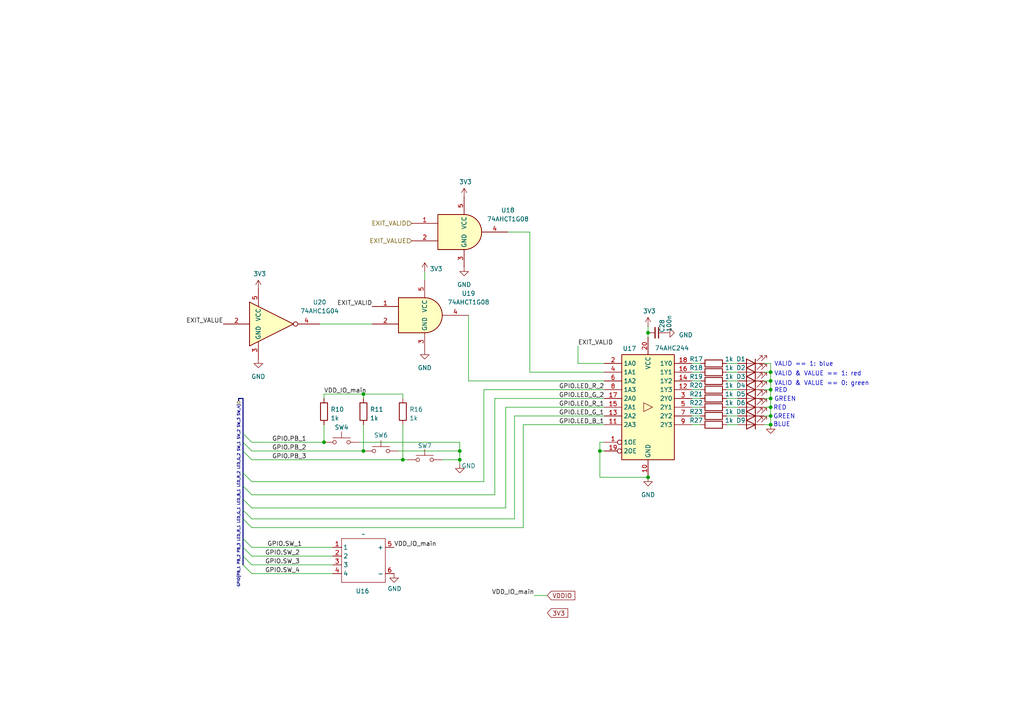
<source format=kicad_sch>
(kicad_sch (version 20250114) (generator "eeschema") (generator_version "9.0")
  (paper "A4")
  (lib_symbols
    (symbol "74xGxx:74AHC1G04"
      (property "Reference" "U" (at -2.54 3.81 0))
      (property "Value" "74AHC1G04" (at 0 -3.81 0))
      (symbol "74AHC1G04_0_1"
        (polyline (pts (xy -7.62 6.35) (xy -7.62 -6.35) (xy 5.08 0) (xy -7.62 6.35)) (stroke (width 0.254)) (fill (type background)))
      )
      (symbol "74AHC1G04_1_1"
        (pin input line (at -15.24 0 0) (length 7.62) (name "~") (number "2"))
        (pin power_in line (at -5.08 10.16 270) (length 5.08) (name "VCC") (number "5"))
        (pin power_in line (at -5.08 -10.16 90) (length 5.08) (name "GND") (number "3"))
        (pin output inverted (at 12.7 0 180) (length 7.62) (name "~") (number "4"))
      )
    )
    (symbol "74xGxx:74AHCT1G08"
      (property "Reference" "U" (at -2.54 3.81 0))
      (property "Value" "74AHCT1G08" (at 0 -3.81 0))
      (symbol "74AHCT1G08_0_1"
        (arc (start 0 5.08) (mid 5.0579 0) (end 0 -5.08) (stroke (width 0.254)) (fill (type background)))
        (polyline (pts (xy 0 -5.08) (xy -7.62 -5.08) (xy -7.62 5.08) (xy 0 5.08)) (stroke (width 0.254)) (fill (type background)))
      )
      (symbol "74AHCT1G08_1_1"
        (pin input line (at -15.24 2.54 0) (length 7.62) (name "~") (number "1"))
        (pin input line (at -15.24 -2.54 0) (length 7.62) (name "~") (number "2"))
        (pin power_in line (at 0 10.16 270) (length 5.08) (name "VCC") (number "5"))
        (pin power_in line (at 0 -10.16 90) (length 5.08) (name "GND") (number "3"))
        (pin output line (at 12.7 0 180) (length 7.62) (name "~") (number "4"))
      )
    )
    (symbol "74xx:74AHC244"
      (property "Reference" "U" (at -7.62 16.51 0))
      (property "Value" "74AHC244" (at -7.62 -16.51 0))
      (symbol "74AHC244_1_0"
        (polyline (pts (xy 1.27 0) (xy -1.27 1.27) (xy -1.27 -1.27) (xy 1.27 0)) (stroke (width 0.1524)))
        (pin input line (at -12.7 12.7 0) (length 5.08) (name "1A0") (number "2"))
        (pin input line (at -12.7 10.16 0) (length 5.08) (name "1A1") (number "4"))
        (pin input line (at -12.7 7.62 0) (length 5.08) (name "1A2") (number "6"))
        (pin input line (at -12.7 5.08 0) (length 5.08) (name "1A3") (number "8"))
        (pin input line (at -12.7 2.54 0) (length 5.08) (name "2A0") (number "17"))
        (pin input line (at -12.7 0 0) (length 5.08) (name "2A1") (number "15"))
        (pin input line (at -12.7 -2.54 0) (length 5.08) (name "2A2") (number "13"))
        (pin input line (at -12.7 -5.08 0) (length 5.08) (name "2A3") (number "11"))
        (pin input inverted (at -12.7 -10.16 0) (length 5.08) (name "1OE") (number "1"))
        (pin input inverted (at -12.7 -12.7 0) (length 5.08) (name "2OE") (number "19"))
        (pin power_in line (at 0 20.32 270) (length 5.08) (name "VCC") (number "20"))
        (pin power_in line (at 0 -20.32 90) (length 5.08) (name "GND") (number "10"))
        (pin tri_state line (at 12.7 12.7 180) (length 5.08) (name "1Y0") (number "18"))
        (pin tri_state line (at 12.7 10.16 180) (length 5.08) (name "1Y1") (number "16"))
        (pin tri_state line (at 12.7 7.62 180) (length 5.08) (name "1Y2") (number "14"))
        (pin tri_state line (at 12.7 5.08 180) (length 5.08) (name "1Y3") (number "12"))
        (pin tri_state line (at 12.7 2.54 180) (length 5.08) (name "2Y0") (number "3"))
        (pin tri_state line (at 12.7 0 180) (length 5.08) (name "2Y1") (number "5"))
        (pin tri_state line (at 12.7 -2.54 180) (length 5.08) (name "2Y2") (number "7"))
        (pin tri_state line (at 12.7 -5.08 180) (length 5.08) (name "2Y3") (number "9"))
      )
      (symbol "74AHC244_1_1"
        (rectangle (start -7.62 15.24) (end 7.62 -15.24) (stroke (width 0.254)) (fill (type background)))
      )
    )
    (symbol "Device:C_Small" (pin_numbers (hide yes)) (pin_names (offset 0.254) (hide yes))
      (property "Reference" "C" (at 0.254 1.778 0))
      (property "Value" "C_Small" (at 0.254 -2.032 0))
      (symbol "C_Small_0_1"
        (polyline (pts (xy -1.524 0.508) (xy 1.524 0.508)) (stroke (width 0.3048)))
        (polyline (pts (xy -1.524 -0.508) (xy 1.524 -0.508)) (stroke (width 0.3302)))
      )
      (symbol "C_Small_1_1"
        (pin passive line (at 0 2.54 270) (length 2.032) (name "~") (number "1"))
        (pin passive line (at 0 -2.54 90) (length 2.032) (name "~") (number "2"))
      )
    )
    (symbol "Device:LED" (pin_numbers (hide yes)) (pin_names (offset 1.016) (hide yes))
      (property "Reference" "D" (at 0 2.54 0))
      (property "Value" "LED" (at 0 -2.54 0))
      (symbol "LED_0_1"
        (polyline (pts (xy -3.048 -0.762) (xy -4.572 -2.286) (xy -3.81 -2.286) (xy -4.572 -2.286) (xy -4.572 -1.524)))
        (polyline (pts (xy -1.778 -0.762) (xy -3.302 -2.286) (xy -2.54 -2.286) (xy -3.302 -2.286) (xy -3.302 -1.524)))
        (polyline (pts (xy -1.27 0) (xy 1.27 0)))
        (polyline (pts (xy -1.27 -1.27) (xy -1.27 1.27)) (stroke (width 0.254)))
        (polyline (pts (xy 1.27 -1.27) (xy 1.27 1.27) (xy -1.27 0) (xy 1.27 -1.27)) (stroke (width 0.254)))
      )
      (symbol "LED_1_1"
        (pin passive line (at -3.81 0 0) (length 2.54) (name "K") (number "1"))
        (pin passive line (at 3.81 0 180) (length 2.54) (name "A") (number "2"))
      )
    )
    (symbol "Device:R" (pin_numbers (hide yes)) (pin_names (offset 0))
      (property "Reference" "R" (at 2.032 0 90))
      (property "Value" "R" (at 0 0 90))
      (symbol "R_0_1"
        (rectangle (start -1.016 -2.54) (end 1.016 2.54) (stroke (width 0.254)))
      )
      (symbol "R_1_1"
        (pin passive line (at 0 3.81 270) (length 1.27) (name "~") (number "1"))
        (pin passive line (at 0 -3.81 90) (length 1.27) (name "~") (number "2"))
      )
    )
    (symbol "Switch:SW_Push" (pin_numbers (hide yes)) (pin_names (offset 1.016) (hide yes))
      (property "Reference" "SW" (at 1.27 2.54 0))
      (property "Value" "SW_Push" (at 0 -1.524 0))
      (symbol "SW_Push_0_1"
        (circle (center -2.032 0) (radius 0.508))
        (polyline (pts (xy 0 1.27) (xy 0 3.048)))
        (circle (center 2.032 0) (radius 0.508))
        (polyline (pts (xy 2.54 1.27) (xy -2.54 1.27)))
        (pin passive line (at -5.08 0 0) (length 2.54) (name "1") (number "1"))
        (pin passive line (at 5.08 0 180) (length 2.54) (name "2") (number "2"))
      )
    )
    (symbol "cheeps-tb:SPDT-4bit-tri-state"
      (property "Reference" "U" (at 6.096 11.176 0))
      (symbol "SPDT-4bit-tri-state_0_1"
        (rectangle (start 0 12.7) (end 12.7 0))
      )
      (symbol "SPDT-4bit-tri-state_1_1"
        (pin input line (at -2.54 10.16 0) (length 2.54) (name "+") (number "5"))
        (pin input line (at -2.54 2.54 0) (length 2.54) (name "-") (number "6"))
        (pin output line (at 15.24 10.16 180) (length 2.54) (name "1") (number "1"))
        (pin output line (at 15.24 7.62 180) (length 2.54) (name "2") (number "2"))
        (pin output line (at 15.24 5.08 180) (length 2.54) (name "3") (number "3"))
        (pin output line (at 15.24 2.54 180) (length 2.54) (name "4") (number "4"))
      )
    )
    (symbol "power:+3.3V" (power) (pin_numbers (hide yes)) (pin_names (offset 0) (hide yes))
      (property "Value" "+3.3V" (at 0 3.556 0))
      (symbol "+3.3V_0_1"
        (polyline (pts (xy -0.762 1.27) (xy 0 2.54)))
        (polyline (pts (xy 0 2.54) (xy 0.762 1.27)))
        (polyline (pts (xy 0 0) (xy 0 2.54)))
      )
      (symbol "+3.3V_1_1"
        (pin power_in line (at 0 0 90) (length 0) (name "~") (number "1"))
      )
    )
    (symbol "power:GND" (power) (pin_numbers (hide yes)) (pin_names (offset 0) (hide yes))
      (property "Value" "GND" (at 0 -3.81 0))
      (symbol "GND_0_1"
        (polyline (pts (xy 0 0) (xy 0 -1.27) (xy 1.27 -1.27) (xy 0 -2.54) (xy -1.27 -1.27) (xy 0 -1.27)))
      )
      (symbol "GND_1_1"
        (pin power_in line (at 0 0 270) (length 0) (name "~") (number "1"))
      )
    )
  )
  (text "VALID == 1: blue" (at 224.536 105.664 0) (effects (font (size 1.27 1.27)) (justify left)))
  (text "RED" (at 224.282 118.364 0) (effects (font (size 1.27 1.27)) (justify left)))
  (text "GREEN" (at 224.282 120.904 0) (effects (font (size 1.27 1.27)) (justify left)))
  (text "GREEN" (at 224.536 115.824 0) (effects (font (size 1.27 1.27)) (justify left)))
  (text "RED" (at 224.536 113.284 0) (effects (font (size 1.27 1.27)) (justify left)))
  (text "VALID & VALUE == 1: red" (at 224.536 108.458 0) (effects (font (size 1.27 1.27)) (justify left)))
  (text "BLUE" (at 224.282 123.19 0) (effects (font (size 1.27 1.27)) (justify left)))
  (text "VALID & VALUE == 0: green" (at 224.536 111.252 0) (effects (font (size 1.27 1.27)) (justify left)))
  (junction (at 105.41 114.3))
  (junction (at 223.52 110.49))
  (junction (at 116.84 133.35))
  (junction (at 223.52 115.57))
  (junction (at 133.35 130.81))
  (junction (at 133.35 133.35))
  (junction (at 187.96 138.43))
  (junction (at 173.99 130.81))
  (junction (at 187.96 96.52))
  (junction (at 223.52 118.11))
  (junction (at 223.52 120.65))
  (junction (at 223.52 113.03))
  (junction (at 223.52 123.19))
  (junction (at 105.41 130.81))
  (junction (at 223.52 107.95))
  (junction (at 93.98 128.27))
  (bus_entry (at 70.485 144.78) (size 2.54 2.54))
  (bus_entry (at 70.485 128.27) (size 2.54 2.54))
  (bus_entry (at 70.485 150.495) (size 2.54 2.54))
  (bus_entry (at 70.485 163.83) (size 2.54 2.54))
  (bus_entry (at 70.485 158.75) (size 2.54 2.54))
  (bus_entry (at 70.485 140.97) (size 2.54 2.54))
  (bus_entry (at 70.485 125.73) (size 2.54 2.54))
  (bus_entry (at 70.485 147.955) (size 2.54 2.54))
  (bus_entry (at 70.485 156.21) (size 2.54 2.54))
  (bus_entry (at 70.485 161.29) (size 2.54 2.54))
  (bus_entry (at 70.485 130.81) (size 2.54 2.54))
  (bus_entry (at 70.485 137.16) (size 2.54 2.54))
  (wire (pts (xy 213.995 110.49) (xy 210.82 110.49)))
  (wire (pts (xy 203.2 113.03) (xy 200.66 113.03)))
  (wire (pts (xy 213.995 105.41) (xy 210.82 105.41)))
  (wire (pts (xy 167.64 105.41) (xy 175.26 105.41)))
  (wire (pts (xy 221.615 110.49) (xy 223.52 110.49)))
  (wire (pts (xy 213.995 123.19) (xy 210.82 123.19)))
  (wire (pts (xy 153.67 67.31) (xy 153.67 107.95)))
  (wire (pts (xy 203.2 105.41) (xy 200.66 105.41)))
  (wire (pts (xy 133.35 130.81) (xy 133.35 133.35)))
  (wire (pts (xy 221.615 113.03) (xy 223.52 113.03)))
  (wire (pts (xy 187.96 94.615) (xy 187.96 96.52)))
  (wire (pts (xy 104.14 128.27) (xy 133.35 128.27)))
  (wire (pts (xy 213.995 113.03) (xy 210.82 113.03)))
  (wire (pts (xy 203.2 120.65) (xy 200.66 120.65)))
  (wire (pts (xy 116.84 123.19) (xy 116.84 133.35)))
  (wire (pts (xy 93.98 123.19) (xy 93.98 128.27)))
  (wire (pts (xy 118.11 133.35) (xy 116.84 133.35)))
  (wire (pts (xy 73.025 158.75) (xy 96.52 158.75)))
  (wire (pts (xy 123.19 81.28) (xy 123.19 78.74)))
  (wire (pts (xy 133.35 128.27) (xy 133.35 130.81)))
  (wire (pts (xy 221.615 120.65) (xy 223.52 120.65)))
  (wire (pts (xy 221.615 123.19) (xy 223.52 123.19)))
  (wire (pts (xy 221.615 107.95) (xy 223.52 107.95)))
  (bus (pts (xy 70.485 147.955) (xy 70.485 150.495)))
  (bus (pts (xy 69.215 116.205) (xy 69.215 115.57)))
  (wire (pts (xy 175.26 118.11) (xy 146.685 118.11)))
  (wire (pts (xy 135.89 110.49) (xy 175.26 110.49)))
  (wire (pts (xy 73.025 166.37) (xy 96.52 166.37)))
  (wire (pts (xy 73.025 133.35) (xy 116.84 133.35)))
  (wire (pts (xy 223.52 105.41) (xy 223.52 107.95)))
  (wire (pts (xy 175.26 123.19) (xy 151.765 123.19)))
  (wire (pts (xy 73.025 139.7) (xy 140.335 139.7)))
  (wire (pts (xy 149.225 150.495) (xy 149.225 120.65)))
  (wire (pts (xy 173.99 130.81) (xy 175.26 130.81)))
  (wire (pts (xy 143.51 115.57) (xy 143.51 143.51)))
  (wire (pts (xy 173.99 130.81) (xy 173.99 138.43)))
  (wire (pts (xy 187.96 96.52) (xy 187.96 97.79)))
  (wire (pts (xy 221.615 115.57) (xy 223.52 115.57)))
  (wire (pts (xy 147.32 67.31) (xy 153.67 67.31)))
  (wire (pts (xy 175.26 128.27) (xy 173.99 128.27)))
  (wire (pts (xy 223.52 115.57) (xy 223.52 118.11)))
  (wire (pts (xy 213.995 120.65) (xy 210.82 120.65)))
  (wire (pts (xy 128.27 133.35) (xy 133.35 133.35)))
  (wire (pts (xy 203.2 115.57) (xy 200.66 115.57)))
  (wire (pts (xy 116.84 114.3) (xy 116.84 115.57)))
  (wire (pts (xy 213.995 115.57) (xy 210.82 115.57)))
  (wire (pts (xy 73.025 163.83) (xy 96.52 163.83)))
  (wire (pts (xy 133.35 133.35) (xy 133.35 134.62)))
  (wire (pts (xy 223.52 120.65) (xy 223.52 123.19)))
  (bus (pts (xy 70.485 137.16) (xy 70.485 140.97)))
  (wire (pts (xy 73.025 147.32) (xy 146.685 147.32)))
  (bus (pts (xy 70.485 150.495) (xy 70.485 156.21)))
  (wire (pts (xy 223.52 110.49) (xy 223.52 113.03)))
  (wire (pts (xy 73.025 128.27) (xy 93.98 128.27)))
  (wire (pts (xy 223.52 118.11) (xy 223.52 120.65)))
  (wire (pts (xy 93.98 114.3) (xy 93.98 115.57)))
  (wire (pts (xy 203.2 118.11) (xy 200.66 118.11)))
  (wire (pts (xy 105.41 123.19) (xy 105.41 130.81)))
  (wire (pts (xy 213.995 118.11) (xy 210.82 118.11)))
  (wire (pts (xy 151.765 153.035) (xy 73.025 153.035)))
  (bus (pts (xy 70.485 128.27) (xy 70.485 130.81)))
  (wire (pts (xy 135.89 91.44) (xy 135.89 110.49)))
  (wire (pts (xy 154.94 172.72) (xy 158.75 172.72)))
  (bus (pts (xy 69.215 115.57) (xy 70.485 115.57)))
  (wire (pts (xy 223.52 113.03) (xy 223.52 115.57)))
  (wire (pts (xy 146.685 118.11) (xy 146.685 147.32)))
  (wire (pts (xy 203.2 123.19) (xy 200.66 123.19)))
  (wire (pts (xy 149.225 120.65) (xy 175.26 120.65)))
  (bus (pts (xy 70.485 130.81) (xy 70.485 137.16)))
  (wire (pts (xy 115.57 130.81) (xy 133.35 130.81)))
  (bus (pts (xy 70.485 161.29) (xy 70.485 163.83)))
  (wire (pts (xy 105.41 114.3) (xy 105.41 115.57)))
  (wire (pts (xy 73.025 143.51) (xy 143.51 143.51)))
  (wire (pts (xy 203.2 110.49) (xy 200.66 110.49)))
  (bus (pts (xy 70.485 125.73) (xy 70.485 128.27)))
  (wire (pts (xy 105.41 114.3) (xy 116.84 114.3)))
  (wire (pts (xy 203.2 107.95) (xy 200.66 107.95)))
  (wire (pts (xy 140.335 113.03) (xy 175.26 113.03)))
  (wire (pts (xy 221.615 105.41) (xy 223.52 105.41)))
  (wire (pts (xy 153.67 107.95) (xy 175.26 107.95)))
  (wire (pts (xy 73.025 161.29) (xy 96.52 161.29)))
  (wire (pts (xy 151.765 123.19) (xy 151.765 153.035)))
  (wire (pts (xy 173.99 128.27) (xy 173.99 130.81)))
  (wire (pts (xy 167.64 100.33) (xy 167.64 105.41)))
  (bus (pts (xy 70.485 158.75) (xy 70.485 161.29)))
  (wire (pts (xy 73.025 150.495) (xy 149.225 150.495)))
  (wire (pts (xy 73.025 130.81) (xy 105.41 130.81)))
  (bus (pts (xy 70.485 144.78) (xy 70.485 147.955)))
  (wire (pts (xy 93.98 114.3) (xy 105.41 114.3)))
  (bus (pts (xy 70.485 115.57) (xy 70.485 125.73)))
  (wire (pts (xy 175.26 115.57) (xy 143.51 115.57)))
  (wire (pts (xy 173.99 138.43) (xy 187.96 138.43)))
  (wire (pts (xy 221.615 118.11) (xy 223.52 118.11)))
  (wire (pts (xy 223.52 107.95) (xy 223.52 110.49)))
  (wire (pts (xy 213.995 107.95) (xy 210.82 107.95)))
  (wire (pts (xy 140.335 139.7) (xy 140.335 113.03)))
  (bus (pts (xy 70.485 140.97) (xy 70.485 144.78)))
  (bus (pts (xy 70.485 156.21) (xy 70.485 158.75)))
  (wire (pts (xy 92.71 93.98) (xy 107.95 93.98)))
  (label "GPIO.PB_1" (at 88.9 128.27 180))
  (label "EXIT_VALID" (at 107.95 88.9 180))
  (label "VDD_IO_main" (at 154.94 172.72 180))
  (label "GPIO.LED_G_1" (at 175.26 120.65 180))
  (label "EXIT_VALID" (at 167.64 100.33 0))
  (label "EXIT_VALUE" (at 64.77 93.98 180))
  (label "GPIO.LED_G_2" (at 175.26 115.57 180))
  (label "GPIO.PB_2" (at 88.9 130.81 180))
  (label "GPIO.SW_2" (at 86.995 161.29 180))
  (label "GPIO.SW_3" (at 86.995 163.83 180))
  (label "GPIO.SW_4" (at 86.995 166.37 180))
  (label "GPIO.LED_R_1" (at 175.26 118.11 180))
  (label "GPIO.LED_R_2" (at 175.26 113.03 180))
  (label "VDD_IO_main" (at 114.3 158.75 0))
  (label "VDD_IO_main" (at 93.98 114.3 0))
  (label "GPIO.PB_3" (at 88.9 133.35 180))
  (label "GPIO.SW_1" (at 87.63 158.75 180))
  (label "GPIO.LED_B_1" (at 175.26 123.19 180))
  (global_label "3V3" (shape input) (at 158.75 177.8 0) (property "Intersheetrefs" "${INTERSHEET_REFS}" (effects (hide yes))))
  (global_label "VDDIO" (shape input) (at 158.75 172.72 0) (property "Intersheetrefs" "${INTERSHEET_REFS}" (effects (hide yes))))
  (hierarchical_label "GPIO{PB_1 PB_2 PB_3 LED_R_1 LED_G_1 LED_B_1 LED_R_2 LED_G_2 SW_1 SW_2 SW_3 SW_4}" (shape input) (at 69.215 116.205 270) (effects (font (size 0.75 0.75))))
  (hierarchical_label "EXIT_VALUE" (shape input) (at 119.38 69.85 180))
  (hierarchical_label "EXIT_VALID" (shape input) (at 119.38 64.77 180))
  (symbol (lib_id "Device:R") (at 207.01 118.11 90) (unit 1)
    (property "Reference" "R22" (at 201.93 116.84 90))
    (property "Value" "1k" (at 211.455 116.84 90))
    (property "Footprint" "Resistor_SMD:R_0603_1608Metric" (effects (hide yes)))
    (property "LCSC" "C21190" (effects (hide yes)))
  )
  (symbol (lib_id "Switch:SW_Push") (at 110.49 130.81 0) (unit 1)
    (property "Reference" "SW6" (at 110.49 126.238 0))
    (property "Value" "SW_Push" (effects (hide yes)))
    (property "Footprint" "Button_Switch_SMD:SW_Push_1P1T_NO_CK_KMR2" (effects (hide yes)))
    (property "Description" "Push button switch, generic, two pins" (effects (hide yes)))
  )
  (symbol (lib_id "power:GND") (at 187.96 138.43 0) (unit 1)
    (property "Reference" "#PWR8" (effects (hide yes)))
    (property "Value" "GND" (at 187.96 143.51 0))
  )
  (symbol (lib_id "Device:R") (at 207.01 113.03 90) (unit 1)
    (property "Reference" "R20" (at 201.93 111.76 90))
    (property "Value" "1k" (at 211.455 111.76 90))
    (property "Footprint" "Resistor_SMD:R_0603_1608Metric" (effects (hide yes)))
    (property "LCSC" "C21190" (effects (hide yes)))
  )
  (symbol (lib_id "Device:R") (at 116.84 119.38 180) (unit 1)
    (property "Reference" "R16" (at 118.745 118.745 0) (effects (justify right)))
    (property "Value" "1k" (at 118.745 121.285 0) (effects (justify right)))
    (property "Footprint" "Resistor_SMD:R_0603_1608Metric" (effects (hide yes)))
    (property "Description" "Resistor" (effects (hide yes)))
    (property "LCSC" "C21190" (effects (hide yes)))
  )
  (symbol (lib_id "74xx:74AHC244") (at 187.96 118.11 0) (unit 1)
    (property "Reference" "U17" (at 180.594 101.092 0) (effects (justify left)))
    (property "Value" "74AHC244" (at 189.9159 100.965 0) (effects (justify left)))
    (property "Footprint" "Package_SO:TSSOP-20_4.4x6.5mm_P0.65mm" (effects (hide yes)))
    (property "Datasheet" "https://datasheet.lcsc.com/lcsc/1811101110_Texas-Instruments-SN74HC244PWR_C6835.pdf" (effects (hide yes)))
  )
  (symbol (lib_id "cheeps-tb:SPDT-4bit-tri-state") (at 111.76 168.91 0) (mirror y) (unit 1)
    (property "Reference" "U16" (at 105.156 171.45 0))
    (property "Value" "~" (at 105.41 154.94 0))
    (property "Footprint" "heep_footprints:BIWIN_DTS04GE_SMD" (effects (hide yes)))
    (property "Datasheet" "https://www.lcsc.com/datasheet/C3294670.pdf" (effects (hide yes)))
  )
  (symbol (lib_id "power:GND") (at 133.35 134.62 0) (unit 1)
    (property "Reference" "#PWR78" (effects (hide yes)))
    (property "Value" "GND" (at 135.89 135.128 0))
    (property "Description" "Power symbol creates a global label with name \"GND\" , ground" (effects (hide yes)))
  )
  (symbol (lib_id "Device:R") (at 105.41 119.38 180) (unit 1)
    (property "Reference" "R11" (at 107.315 118.745 0) (effects (justify right)))
    (property "Value" "1k" (at 107.315 121.285 0) (effects (justify right)))
    (property "Footprint" "Resistor_SMD:R_0603_1608Metric" (effects (hide yes)))
    (property "Description" "Resistor" (effects (hide yes)))
    (property "LCSC" "C21190" (effects (hide yes)))
  )
  (symbol (lib_id "Switch:SW_Push") (at 123.19 133.35 0) (unit 1)
    (property "Reference" "SW7" (at 123.19 129.286 0))
    (property "Value" "SW_Push" (effects (hide yes)))
    (property "Footprint" "Button_Switch_SMD:SW_Push_1P1T_NO_CK_KMR2" (effects (hide yes)))
    (property "Description" "Push button switch, generic, two pins" (effects (hide yes)))
  )
  (symbol (lib_id "Device:LED") (at 217.805 113.03 180) (unit 1)
    (property "Reference" "D4" (at 214.884 111.76 0))
    (property "Value" "LED" (effects (hide yes)))
    (property "Footprint" "LED_SMD:LED_0603_1608Metric" (effects (hide yes)))
    (property "LCSC" "C84263" (effects (hide yes)))
  )
  (symbol (lib_id "power:GND") (at 134.62 77.47 0) (unit 1)
    (property "Reference" "#PWR84" (effects (hide yes)))
    (property "Value" "GND" (at 134.62 82.55 0))
  )
  (symbol (lib_id "power:GND") (at 114.3 166.37 0) (unit 1)
    (property "Reference" "#PWR11" (effects (hide yes)))
    (property "Value" "GND" (at 114.427 170.7642 0))
    (property "Description" "Power symbol creates a global label with name \"GND\" , ground" (effects (hide yes)))
  )
  (symbol (lib_id "power:+3.3V") (at 123.19 78.74 0) (unit 1)
    (property "Reference" "#PWR87" (effects (hide yes)))
    (property "Value" "3V3" (at 126.492 77.978 0))
  )
  (symbol (lib_id "Device:LED") (at 217.805 123.19 180) (unit 1)
    (property "Reference" "D9" (at 214.884 121.92 0))
    (property "Value" "LED" (effects (hide yes)))
    (property "Footprint" "LED_SMD:LED_0603_1608Metric" (effects (hide yes)))
    (property "LCSC" "C84263" (effects (hide yes)))
  )
  (symbol (lib_id "Device:R") (at 207.01 123.19 90) (unit 1)
    (property "Reference" "R27" (at 201.93 121.92 90))
    (property "Value" "1k" (at 211.455 121.92 90))
    (property "Footprint" "Resistor_SMD:R_0603_1608Metric" (effects (hide yes)))
    (property "LCSC" "C21190" (effects (hide yes)))
  )
  (symbol (lib_id "Device:R") (at 207.01 105.41 90) (unit 1)
    (property "Reference" "R17" (at 201.93 104.14 90))
    (property "Value" "1k" (at 211.455 104.14 90))
    (property "Footprint" "Resistor_SMD:R_0603_1608Metric" (effects (hide yes)))
    (property "LCSC" "C21190" (effects (hide yes)))
  )
  (symbol (lib_id "Device:LED") (at 217.805 120.65 180) (unit 1)
    (property "Reference" "D8" (at 214.884 119.38 0))
    (property "Value" "LED" (effects (hide yes)))
    (property "Footprint" "LED_SMD:LED_0603_1608Metric" (effects (hide yes)))
    (property "LCSC" "C84263" (effects (hide yes)))
  )
  (symbol (lib_id "power:GND") (at 193.04 96.52 90) (unit 1)
    (property "Reference" "#PWR9" (effects (hide yes)))
    (property "Value" "GND" (at 196.85 97.155 90) (effects (justify right)))
  )
  (symbol (lib_id "Device:LED") (at 217.805 110.49 180) (unit 1)
    (property "Reference" "D3" (at 214.884 109.22 0))
    (property "Value" "LED" (effects (hide yes)))
    (property "Footprint" "LED_SMD:LED_0603_1608Metric" (effects (hide yes)))
    (property "LCSC" "C84263" (effects (hide yes)))
  )
  (symbol (lib_id "power:+3.3V") (at 134.62 57.15 0) (unit 1)
    (property "Reference" "#PWR80" (effects (hide yes)))
    (property "Value" "3V3" (at 135.001 52.7558 0))
  )
  (symbol (lib_id "power:GND") (at 74.93 104.14 0) (unit 1)
    (property "Reference" "#PWR110" (effects (hide yes)))
    (property "Value" "GND" (at 74.93 109.22 0))
  )
  (symbol (lib_id "Device:R") (at 93.98 119.38 180) (unit 1)
    (property "Reference" "R10" (at 95.885 118.745 0) (effects (justify right)))
    (property "Value" "1k" (at 95.885 121.285 0) (effects (justify right)))
    (property "Footprint" "Resistor_SMD:R_0603_1608Metric" (effects (hide yes)))
    (property "Description" "Resistor" (effects (hide yes)))
    (property "LCSC" "C21190" (effects (hide yes)))
  )
  (symbol (lib_id "power:GND") (at 223.52 123.19 0) (unit 1)
    (property "Reference" "#PWR79" (effects (hide yes)))
    (property "Value" "GND" (effects (hide yes)))
  )
  (symbol (lib_id "Device:R") (at 207.01 115.57 90) (unit 1)
    (property "Reference" "R21" (at 201.93 114.3 90))
    (property "Value" "1k" (at 211.455 114.3 90))
    (property "Footprint" "Resistor_SMD:R_0603_1608Metric" (effects (hide yes)))
    (property "LCSC" "C21190" (effects (hide yes)))
  )
  (symbol (lib_id "Device:R") (at 207.01 120.65 90) (unit 1)
    (property "Reference" "R23" (at 201.93 119.38 90))
    (property "Value" "1k" (at 211.455 119.38 90))
    (property "Footprint" "Resistor_SMD:R_0603_1608Metric" (effects (hide yes)))
    (property "LCSC" "C21190" (effects (hide yes)))
  )
  (symbol (lib_id "power:GND") (at 123.19 101.6 0) (unit 1)
    (property "Reference" "#PWR108" (effects (hide yes)))
    (property "Value" "GND" (at 123.19 106.68 0))
  )
  (symbol (lib_id "Device:LED") (at 217.805 105.41 180) (unit 1)
    (property "Reference" "D1" (at 214.884 104.14 0))
    (property "Value" "LED" (effects (hide yes)))
    (property "Footprint" "LED_SMD:LED_0603_1608Metric" (effects (hide yes)))
    (property "LCSC" "C84263" (effects (hide yes)))
  )
  (symbol (lib_id "74xGxx:74AHCT1G08") (at 123.19 91.44 0) (unit 1)
    (property "Reference" "U19" (at 135.89 85.1214 0))
    (property "Value" "74AHCT1G08" (at 135.89 87.6614 0))
    (property "Footprint" "Package_TO_SOT_SMD:SOT-23-5" (effects (hide yes)))
    (property "Datasheet" "http://www.ti.com/lit/sg/scyt129e/scyt129e.pdf" (effects (hide yes)))
    (property "Description" "Single AND Gate, Low-Voltage CMOS" (effects (hide yes)))
  )
  (symbol (lib_id "Device:LED") (at 217.805 118.11 180) (unit 1)
    (property "Reference" "D6" (at 214.884 116.84 0))
    (property "Value" "LED" (effects (hide yes)))
    (property "Footprint" "LED_SMD:LED_0603_1608Metric" (effects (hide yes)))
    (property "LCSC" "C84263" (effects (hide yes)))
  )
  (symbol (lib_id "Switch:SW_Push") (at 99.06 128.27 0) (unit 1)
    (property "Reference" "SW4" (at 99.06 123.952 0))
    (property "Value" "SW_Push" (effects (hide yes)))
    (property "Footprint" "Button_Switch_SMD:SW_Push_1P1T_NO_CK_KMR2" (effects (hide yes)))
    (property "Description" "Push button switch, generic, two pins" (effects (hide yes)))
  )
  (symbol (lib_id "power:+3.3V") (at 74.93 83.82 0) (unit 1)
    (property "Reference" "#PWR109" (effects (hide yes)))
    (property "Value" "3V3" (at 75.311 79.4258 0))
  )
  (symbol (lib_id "74xGxx:74AHCT1G08") (at 134.62 67.31 0) (unit 1)
    (property "Reference" "U18" (at 147.32 60.9914 0))
    (property "Value" "74AHCT1G08" (at 147.32 63.5314 0))
    (property "Footprint" "Package_TO_SOT_SMD:SOT-23-5" (effects (hide yes)))
    (property "Datasheet" "http://www.ti.com/lit/sg/scyt129e/scyt129e.pdf" (effects (hide yes)))
    (property "Description" "Single AND Gate, Low-Voltage CMOS" (effects (hide yes)))
  )
  (symbol (lib_id "Device:R") (at 207.01 107.95 90) (unit 1)
    (property "Reference" "R18" (at 201.93 106.68 90))
    (property "Value" "1k" (at 211.455 106.68 90))
    (property "Footprint" "Resistor_SMD:R_0603_1608Metric" (effects (hide yes)))
    (property "LCSC" "C21190" (effects (hide yes)))
  )
  (symbol (lib_id "Device:R") (at 207.01 110.49 90) (unit 1)
    (property "Reference" "R19" (at 201.93 109.22 90))
    (property "Value" "1k" (at 211.455 109.22 90))
    (property "Footprint" "Resistor_SMD:R_0603_1608Metric" (effects (hide yes)))
    (property "LCSC" "C21190" (effects (hide yes)))
  )
  (symbol (lib_id "74xGxx:74AHC1G04") (at 80.01 93.98 0) (unit 1)
    (property "Reference" "U20" (at 92.71 87.6614 0))
    (property "Value" "74AHC1G04" (at 92.71 90.2014 0))
    (property "Footprint" "Package_TO_SOT_SMD:SOT-23-5" (effects (hide yes)))
    (property "Datasheet" "http://www.ti.com/lit/sg/scyt129e/scyt129e.pdf" (effects (hide yes)))
    (property "Description" "Single NOT Gate, Low-Voltage CMOS" (effects (hide yes)))
  )
  (symbol (lib_id "power:+3.3V") (at 187.96 94.615 0) (unit 1)
    (property "Reference" "#PWR7" (effects (hide yes)))
    (property "Value" "3V3" (at 188.341 90.2208 0))
  )
  (symbol (lib_id "Device:LED") (at 217.805 107.95 180) (unit 1)
    (property "Reference" "D2" (at 214.884 106.68 0))
    (property "Value" "LED" (effects (hide yes)))
    (property "Footprint" "LED_SMD:LED_0603_1608Metric" (effects (hide yes)))
    (property "LCSC" "C84263" (effects (hide yes)))
  )
  (symbol (lib_id "Device:LED") (at 217.805 115.57 180) (unit 1)
    (property "Reference" "D5" (at 214.884 114.3 0))
    (property "Value" "LED" (effects (hide yes)))
    (property "Footprint" "LED_SMD:LED_0603_1608Metric" (effects (hide yes)))
    (property "LCSC" "C84263" (effects (hide yes)))
  )
  (symbol (lib_id "Device:C_Small") (at 190.5 96.52 270) (unit 1)
    (property "Reference" "C28" (at 192.024 92.583 0) (effects (justify left)))
    (property "Value" "100n" (at 194.056 91.313 0) (effects (justify left)))
    (property "Footprint" "Capacitor_SMD:C_0603_1608Metric" (effects (hide yes)))
    (property "Digikey Part Number" "399-9158-1-ND" (effects (hide yes)))
    (property "Mouser Part Number" "80-C0805C104Z3V" (effects (hide yes)))
    (property "LCSC" "C30926" (effects (hide yes)))
  )
)
</source>
